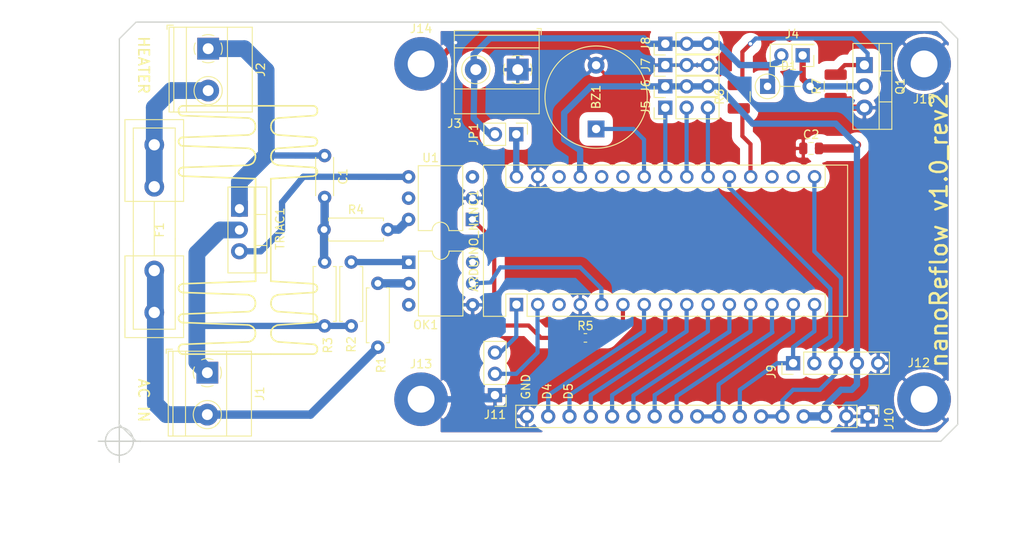
<source format=kicad_pcb>
(kicad_pcb (version 20171130) (host pcbnew "(5.1.6-0-10_14)")
  (title_block (title "Nano Reflow Controller") (date 2017-07-09) (rev 1.0) (company "David Sanz Kirbis"))
  (layers (0 F.Cu signal) (31 B.Cu signal) (34 B.Paste user) (35 F.Paste user) (36 B.SilkS user) (37 F.SilkS user) (38 B.Mask user) (39 F.Mask user) (44 Edge.Cuts user))
  (net 0 "")
  (net 1 GND)
  (net 2 /MOSI)
  (net 3 "Net-(ARDUINO_NANO1-Pad2)")
  (net 4 "Net-(ARDUINO_NANO1-Pad1)")
  (net 5 /ZEROX)
  (net 6 /SD_CS)
  (net 7 /LCD_RESET)
  (net 8 /LCD_DC)
  (net 9 /LCD_CS)
  (net 10 /MISO)
  (net 11 5V)
  (net 12 12v)
  (net 13 /TC_CS)
  (net 14 /SCK)
  (net 15 /FAN_CTRL)
  (net 16 /FAN_GND)
  (net 17 /VIN)
  (net 18 /D4)
  (net 19 /D5)
  (net 20 /D6)
  (net 21 /MOC_AC2)
  (net 22 /MOC_AC1)
  (net 23 /DIMM_CTRL)
  (net 24 /AC_CAP)
  (net 25 /OC1)
  (net 26 /OC2)
  (net 27 "Net-(R5-Pad1)")
  (net 28 /A2)
  (net 29 /A3)
  (net 30 /A4)
  (net 31 /BUZZER)
  (net 32 AC1_OUT)
  (net 33 AC1_IN)
  (net 34 "Net-(Q1-Pad1)")
  (net 35 AC2_IN)
  (net 36 AC2_OUT)
  (module Module:Arduino_Nano (layer F.Cu) (at 147.86882 101.69926 90)
    (fp_text reference ARDUINO_NANO1 (at 7.62 -5.08 90) (layer F.SilkS))
    (fp_text value arduino_nano_header)
    (pad 16 thru_hole oval (at 15.24 35.56 90) (size 1.6 1.6) (drill 1) (layers *.Cu *.Mask) (net 14 /SCK))
    (pad 15 thru_hole oval (at 0 35.56 90) (size 1.6 1.6) (drill 1) (layers *.Cu *.Mask) (net 10 /MISO))
    (pad 30 thru_hole oval (at 15.24 0 90) (size 1.6 1.6) (drill 1) (layers *.Cu *.Mask) (net 17 /VIN))
    (pad 14 thru_hole oval (at 0 33.02 90) (size 1.6 1.6) (drill 1) (layers *.Cu *.Mask) (net 2 /MOSI))
    (pad 29 thru_hole oval (at 15.24 2.54 90) (size 1.6 1.6) (drill 1) (layers *.Cu *.Mask) (net 1 GND))
    (pad 13 thru_hole oval (at 0 30.48 90) (size 1.6 1.6) (drill 1) (layers *.Cu *.Mask) (net 9 /LCD_CS))
    (pad 28 thru_hole oval (at 15.24 5.08 90) (size 1.6 1.6) (drill 1) (layers *.Cu *.Mask))
    (pad 12 thru_hole oval (at 0 27.94 90) (size 1.6 1.6) (drill 1) (layers *.Cu *.Mask) (net 8 /LCD_DC))
    (pad 27 thru_hole oval (at 15.24 7.62 90) (size 1.6 1.6) (drill 1) (layers *.Cu *.Mask) (net 11 5V))
    (pad 11 thru_hole oval (at 0 25.4 90) (size 1.6 1.6) (drill 1) (layers *.Cu *.Mask) (net 7 /LCD_RESET))
    (pad 26 thru_hole oval (at 15.24 10.16 90) (size 1.6 1.6) (drill 1) (layers *.Cu *.Mask))
    (pad 10 thru_hole oval (at 0 22.86 90) (size 1.6 1.6) (drill 1) (layers *.Cu *.Mask) (net 6 /SD_CS))
    (pad 25 thru_hole oval (at 15.24 12.7 90) (size 1.6 1.6) (drill 1) (layers *.Cu *.Mask))
    (pad 9 thru_hole oval (at 0 20.32 90) (size 1.6 1.6) (drill 1) (layers *.Cu *.Mask) (net 20 /D6))
    (pad 24 thru_hole oval (at 15.24 15.24 90) (size 1.6 1.6) (drill 1) (layers *.Cu *.Mask) (net 31 /BUZZER))
    (pad 8 thru_hole oval (at 0 17.78 90) (size 1.6 1.6) (drill 1) (layers *.Cu *.Mask) (net 19 /D5))
    (pad 23 thru_hole oval (at 15.24 17.78 90) (size 1.6 1.6) (drill 1) (layers *.Cu *.Mask) (net 30 /A4))
    (pad 7 thru_hole oval (at 0 15.24 90) (size 1.6 1.6) (drill 1) (layers *.Cu *.Mask) (net 18 /D4))
    (pad 22 thru_hole oval (at 15.24 20.32 90) (size 1.6 1.6) (drill 1) (layers *.Cu *.Mask) (net 29 /A3))
    (pad 6 thru_hole oval (at 0 12.7 90) (size 1.6 1.6) (drill 1) (layers *.Cu *.Mask) (net 23 /DIMM_CTRL))
    (pad 21 thru_hole oval (at 15.24 22.86 90) (size 1.6 1.6) (drill 1) (layers *.Cu *.Mask) (net 28 /A2))
    (pad 5 thru_hole oval (at 0 10.16 90) (size 1.6 1.6) (drill 1) (layers *.Cu *.Mask) (net 5 /ZEROX))
    (pad 20 thru_hole oval (at 15.24 25.4 90) (size 1.6 1.6) (drill 1) (layers *.Cu *.Mask) (net 13 /TC_CS))
    (pad 4 thru_hole oval (at 0 7.62 90) (size 1.6 1.6) (drill 1) (layers *.Cu *.Mask) (net 1 GND))
    (pad 19 thru_hole oval (at 15.24 27.94 90) (size 1.6 1.6) (drill 1) (layers *.Cu *.Mask) (net 15 /FAN_CTRL))
    (pad 3 thru_hole oval (at 0 5.08 90) (size 1.6 1.6) (drill 1) (layers *.Cu *.Mask))
    (pad 18 thru_hole oval (at 15.24 30.48 90) (size 1.6 1.6) (drill 1) (layers *.Cu *.Mask))
    (pad 2 thru_hole oval (at 0 2.54 90) (size 1.6 1.6) (drill 1) (layers *.Cu *.Mask) (net 3 "Net-(ARDUINO_NANO1-Pad2)"))
    (pad 17 thru_hole oval (at 15.24 33.02 90) (size 1.6 1.6) (drill 1) (layers *.Cu *.Mask))
    (pad 1 thru_hole rect (at 0 0 90) (size 1.6 1.6) (drill 1) (layers *.Cu *.Mask) (net 4 "Net-(ARDUINO_NANO1-Pad1)"))
  )
  (module Diode_THT:D_A-405_P5.08mm_Vertical_AnodeUp (layer F.Cu) (at 177.81882 75.67)
    (fp_text reference D1 (at 2.54 -2.47) (layer F.SilkS))
    (fp_text value 1N4007)
    (pad 2 thru_hole oval (at 5.08 0) (size 1.8 1.8) (drill 0.9) (layers *.Cu *.Mask) (net 16 /FAN_GND))
    (pad 1 thru_hole rect (at 0 0) (size 1.8 1.8) (drill 0.9) (layers *.Cu *.Mask) (net 12 12v))
  )
  (module Capacitor_THT:C_Disc_D4.3mm_W1.9mm_P5.00mm (layer F.Cu) (at 124.985 83.925 270)
    (fp_text reference C1 (at 2.5 -2.2 90) (layer F.SilkS))
    (fp_text value 10n)
    (pad 2 thru_hole circle (at 5 0 270) (size 1.6 1.6) (drill 0.8) (layers *.Cu *.Mask) (net 24 /AC_CAP))
    (pad 1 thru_hole circle (at 0 0 270) (size 1.6 1.6) (drill 0.8) (layers *.Cu *.Mask) (net 32 AC1_OUT))
  )
  (module Resistor_THT:R_Axial_DIN0207_L6.3mm_D2.5mm_P7.62mm_Horizontal (layer F.Cu) (at 124.91882 92.74926)
    (fp_text reference R4 (at 3.81 -2.37) (layer F.SilkS))
    (fp_text value 180R)
    (pad 2 thru_hole oval (at 7.62 0) (size 1.6 1.6) (drill 0.8) (layers *.Cu *.Mask) (net 22 /MOC_AC1))
    (pad 1 thru_hole circle (at 0 0) (size 1.6 1.6) (drill 0.8) (layers *.Cu *.Mask) (net 24 /AC_CAP))
  )
  (module Resistor_THT:R_Axial_DIN0207_L6.3mm_D2.5mm_P7.62mm_Horizontal (layer F.Cu) (at 124.985 96.625 270)
    (fp_text reference R3 (at 9.92426 -0.38382 90) (layer F.SilkS))
    (fp_text value 2.4k)
    (pad 2 thru_hole oval (at 7.62 0 270) (size 1.6 1.6) (drill 0.8) (layers *.Cu *.Mask) (net 33 AC1_IN))
    (pad 1 thru_hole circle (at 0 0 270) (size 1.6 1.6) (drill 0.8) (layers *.Cu *.Mask) (net 24 /AC_CAP))
  )
  (module Package_DIP:DIP-6_W7.62mm (layer F.Cu) (at 142.61882 91.545 180)
    (fp_text reference U1 (at 4.99618 7.34574) (layer F.SilkS))
    (fp_text value MOC3020M)
    (pad 6 thru_hole oval (at 7.62 0 180) (size 1.6 1.6) (drill 0.8) (layers *.Cu *.Mask) (net 22 /MOC_AC1))
    (pad 3 thru_hole oval (at 0 5.08 180) (size 1.6 1.6) (drill 0.8) (layers *.Cu *.Mask))
    (pad 5 thru_hole oval (at 7.62 2.54 180) (size 1.6 1.6) (drill 0.8) (layers *.Cu *.Mask))
    (pad 2 thru_hole oval (at 0 2.54 180) (size 1.6 1.6) (drill 0.8) (layers *.Cu *.Mask) (net 1 GND))
    (pad 4 thru_hole oval (at 7.62 5.08 180) (size 1.6 1.6) (drill 0.8) (layers *.Cu *.Mask) (net 21 /MOC_AC2))
    (pad 1 thru_hole rect (at 0 0 180) (size 1.6 1.6) (drill 0.8) (layers *.Cu *.Mask) (net 27 "Net-(R5-Pad1)"))
  )
  (module Package_DIP:DIP-6_W7.62mm (layer F.Cu) (at 135.01882 96.64926)
    (fp_text reference OK1 (at 2.02382 7.47426) (layer F.SilkS))
    (fp_text value H11AA1)
    (pad 6 thru_hole oval (at 7.62 0) (size 1.6 1.6) (drill 0.8) (layers *.Cu *.Mask))
    (pad 3 thru_hole oval (at 0 5.08) (size 1.6 1.6) (drill 0.8) (layers *.Cu *.Mask))
    (pad 5 thru_hole oval (at 7.62 2.54) (size 1.6 1.6) (drill 0.8) (layers *.Cu *.Mask) (net 5 /ZEROX))
    (pad 2 thru_hole oval (at 0 2.54) (size 1.6 1.6) (drill 0.8) (layers *.Cu *.Mask) (net 26 /OC2))
    (pad 4 thru_hole oval (at 7.62 5.08) (size 1.6 1.6) (drill 0.8) (layers *.Cu *.Mask) (net 1 GND))
    (pad 1 thru_hole rect (at 0 0) (size 1.6 1.6) (drill 0.8) (layers *.Cu *.Mask) (net 25 /OC1))
  )
  (module Package_TO_SOT_THT:TO-220-3_Vertical (layer F.Cu) (at 114.82382 90.25926 270)
    (fp_text reference TRIAC1 (at 2.39 -4.845 90) (layer F.SilkS))
    (fp_text value BT137)
    (pad 3 thru_hole oval (at 5.08 0 270) (size 1.905 2) (drill 1.1) (layers *.Cu *.Mask) (net 21 /MOC_AC2))
    (pad 2 thru_hole oval (at 2.54 0 270) (size 1.905 2) (drill 1.1) (layers *.Cu *.Mask) (net 33 AC1_IN))
    (pad 1 thru_hole rect (at 0 0 270) (size 1.905 2) (drill 1.1) (layers *.Cu *.Mask) (net 32 AC1_OUT))
  )
  (module Resistor_SMD:R_0603_1608Metric (layer F.Cu) (at 156.09382 105.67426)
    (fp_text reference R5 (at 0 -1.43) (layer F.SilkS))
    (fp_text value 1k)
    (pad 2 smd roundrect (at 0.7875 0) (size 0.875 0.95) (layers F.Cu F.Paste F.Mask) (net 23 /DIMM_CTRL))
    (pad 1 smd roundrect (at -0.7875 0) (size 0.875 0.95) (layers F.Cu F.Paste F.Mask) (net 27 "Net-(R5-Pad1)"))
  )
  (module MountingHole:MountingHole_3.2mm_M3_Pad (layer F.Cu) (at 196.49314 72.99098 180)
    (fp_text reference J15 (at 0 -4.2) (layer F.SilkS))
    (fp_text value MOUNTING_HOLE)
    (pad 1 thru_hole circle (at 0 0 180) (size 6.4 6.4) (drill 3.2) (layers *.Cu *.Mask) (net 1 GND))
  )
  (module MountingHole:MountingHole_3.2mm_M3_Pad (layer F.Cu) (at 136.49314 72.99098)
    (fp_text reference J14 (at 0 -4.2) (layer F.SilkS))
    (fp_text value MOUNTING_HOLE)
    (pad 1 thru_hole circle (at 0 0) (size 6.4 6.4) (drill 3.2) (layers *.Cu *.Mask) (net 1 GND))
  )
  (module MountingHole:MountingHole_3.2mm_M3_Pad (layer F.Cu) (at 136.49314 112.99098)
    (fp_text reference J13 (at 0 -4.2) (layer F.SilkS))
    (fp_text value MOUNTING_HOLE)
    (pad 1 thru_hole circle (at 0 0) (size 6.4 6.4) (drill 3.2) (layers *.Cu *.Mask) (net 1 GND))
  )
  (module MountingHole:MountingHole_3.2mm_M3_Pad (layer F.Cu) (at 196.49314 112.99098)
    (fp_text reference J12 (at -0.62432 -4.34172) (layer F.SilkS))
    (fp_text value MOUNTING_HOLE)
    (pad 1 thru_hole circle (at 0 0) (size 6.4 6.4) (drill 3.2) (layers *.Cu *.Mask) (net 1 GND))
  )
  (module Package_TO_SOT_THT:TO-220-3_Vertical (layer F.Cu) (at 189.37282 73.13 270)
    (fp_text reference Q1 (at 2.54 -4.27 90) (layer F.SilkS))
    (fp_text value IRF540N)
    (pad 3 thru_hole oval (at 5.08 0 270) (size 1.905 2) (drill 1.1) (layers *.Cu *.Mask) (net 1 GND))
    (pad 2 thru_hole oval (at 2.54 0 270) (size 1.905 2) (drill 1.1) (layers *.Cu *.Mask) (net 16 /FAN_GND))
    (pad 1 thru_hole rect (at 0 0 270) (size 1.905 2) (drill 1.1) (layers *.Cu *.Mask) (net 34 "Net-(Q1-Pad1)"))
  )
  (module Resistor_THT:R_Axial_DIN0207_L6.3mm_D2.5mm_P7.62mm_Horizontal (layer F.Cu) (at 128.16 104.245 90)
    (fp_text reference R2 (at -2.20426 0.00882 90) (layer F.SilkS))
    (fp_text value "47k 0.6w")
    (pad 2 thru_hole oval (at 7.62 0 90) (size 1.6 1.6) (drill 0.8) (layers *.Cu *.Mask) (net 25 /OC1))
    (pad 1 thru_hole circle (at 0 0 90) (size 1.6 1.6) (drill 0.8) (layers *.Cu *.Mask) (net 33 AC1_IN))
  )
  (module Resistor_THT:R_Axial_DIN0207_L6.3mm_D2.5mm_P7.62mm_Horizontal (layer F.Cu) (at 131.335 106.785 90)
    (fp_text reference R1 (at -2.11426 0.38382 90) (layer F.SilkS))
    (fp_text value "47k 0.6w")
    (pad 2 thru_hole oval (at 7.62 0 90) (size 1.6 1.6) (drill 0.8) (layers *.Cu *.Mask) (net 26 /OC2))
    (pad 1 thru_hole circle (at 0 0 90) (size 1.6 1.6) (drill 0.8) (layers *.Cu *.Mask) (net 35 AC2_IN))
  )
  (module Buzzer_Beeper:Buzzer_12x9.5RM7.6 (layer F.Cu) (at 157.37 80.75 90)
    (fp_text reference BZ1 (at 3.81 0 90) (layer F.SilkS))
    (fp_text value Buzzer)
    (pad 2 thru_hole circle (at 7.6 0 90) (size 2 2) (drill 1) (layers *.Cu *.Mask) (net 1 GND))
    (pad 1 thru_hole rect (at 0 0 90) (size 2 2) (drill 1) (layers *.Cu *.Mask) (net 31 /BUZZER))
  )
  (module Capacitor_SMD:C_0805_2012Metric (layer F.Cu) (at 183.01882 83.07426)
    (fp_text reference C2 (at 0 -1.65) (layer F.SilkS))
    (fp_text value 100n)
    (pad 2 smd roundrect (at 0.9375 0) (size 0.975 1.4) (layers F.Cu F.Paste F.Mask) (net 11 5V))
    (pad 1 smd roundrect (at -0.9375 0) (size 0.975 1.4) (layers F.Cu F.Paste F.Mask) (net 1 GND))
  )
  (module Resistor_SMD:R_1210_3225Metric (layer F.Cu) (at 174.38682 76.89926 90)
    (fp_text reference R6 (at 0 -2.28 90) (layer F.SilkS))
    (fp_text value 4K7)
    (pad 2 smd roundrect (at 1.4 0 90) (size 1.25 2.65) (layers F.Cu F.Paste F.Mask) (roundrect_rratio 0.2) (net 34 "Net-(Q1-Pad1)"))
    (pad 1 smd roundrect (at -1.4 0 90) (size 1.25 2.65) (layers F.Cu F.Paste F.Mask) (roundrect_rratio 0.2) (net 15 /FAN_CTRL))
  )
  (module Resistor_SMD:R_1210_3225Metric (layer F.Cu) (at 185.945 75.67 90)
    (fp_text reference R7 (at 0 -2.28 90) (layer F.SilkS))
    (fp_text value 100K)
    (pad 2 smd roundrect (at 1.4 0 90) (size 1.25 2.65) (layers F.Cu F.Paste F.Mask) (roundrect_rratio 0.2) (net 34 "Net-(Q1-Pad1)"))
    (pad 1 smd roundrect (at -1.4 0 90) (size 1.25 2.65) (layers F.Cu F.Paste F.Mask) (roundrect_rratio 0.2) (net 1 GND))
  )
  (module Connector_PinHeader_2.54mm:PinHeader_1x05_P2.54mm_Vertical (layer F.Cu) (at 180.865 108.69 90)
    (fp_text reference J9 (at -1.00926 -2.59618 90) (layer F.SilkS))
    (fp_text value CONN_01X05)
    (pad 5 thru_hole oval (at 0 10.16 90) (size 1.7 1.7) (drill 1) (layers *.Cu *.Mask) (net 1 GND))
    (pad 4 thru_hole oval (at 0 7.62 90) (size 1.7 1.7) (drill 1) (layers *.Cu *.Mask) (net 11 5V))
    (pad 3 thru_hole oval (at 0 5.08 90) (size 1.7 1.7) (drill 1) (layers *.Cu *.Mask) (net 14 /SCK))
    (pad 2 thru_hole oval (at 0 2.54 90) (size 1.7 1.7) (drill 1) (layers *.Cu *.Mask) (net 13 /TC_CS))
    (pad 1 thru_hole rect (at 0 0 90) (size 1.7 1.7) (drill 1) (layers *.Cu *.Mask) (net 10 /MISO))
  )
  (module Connector_PinHeader_2.54mm:PinHeader_1x17_P2.54mm_Vertical (layer F.Cu) (at 189.755 115.04 270)
    (fp_text reference J10 (at 0.25926 -2.56382 90) (layer F.SilkS))
    (fp_text value CONN_01X17)
    (pad 17 thru_hole oval (at 0 40.64 270) (size 1.7 1.7) (drill 1) (layers *.Cu *.Mask) (net 1 GND))
    (pad 16 thru_hole oval (at 0 38.1 270) (size 1.7 1.7) (drill 1) (layers *.Cu *.Mask) (net 18 /D4))
    (pad 15 thru_hole oval (at 0 35.56 270) (size 1.7 1.7) (drill 1) (layers *.Cu *.Mask) (net 19 /D5))
    (pad 14 thru_hole oval (at 0 33.02 270) (size 1.7 1.7) (drill 1) (layers *.Cu *.Mask) (net 20 /D6))
    (pad 13 thru_hole oval (at 0 30.48 270) (size 1.7 1.7) (drill 1) (layers *.Cu *.Mask) (net 6 /SD_CS))
    (pad 12 thru_hole oval (at 0 27.94 270) (size 1.7 1.7) (drill 1) (layers *.Cu *.Mask) (net 7 /LCD_RESET))
    (pad 11 thru_hole oval (at 0 25.4 270) (size 1.7 1.7) (drill 1) (layers *.Cu *.Mask) (net 8 /LCD_DC))
    (pad 10 thru_hole oval (at 0 22.86 270) (size 1.7 1.7) (drill 1) (layers *.Cu *.Mask) (net 9 /LCD_CS))
    (pad 9 thru_hole oval (at 0 20.32 270) (size 1.7 1.7) (drill 1) (layers *.Cu *.Mask) (net 2 /MOSI))
    (pad 8 thru_hole oval (at 0 17.78 270) (size 1.7 1.7) (drill 1) (layers *.Cu *.Mask) (net 2 /MOSI))
    (pad 7 thru_hole oval (at 0 15.24 270) (size 1.7 1.7) (drill 1) (layers *.Cu *.Mask) (net 10 /MISO))
    (pad 6 thru_hole oval (at 0 12.7 270) (size 1.7 1.7) (drill 1) (layers *.Cu *.Mask) (net 14 /SCK))
    (pad 5 thru_hole oval (at 0 10.16 270) (size 1.7 1.7) (drill 1) (layers *.Cu *.Mask) (net 14 /SCK))
    (pad 4 thru_hole oval (at 0 7.62 270) (size 1.7 1.7) (drill 1) (layers *.Cu *.Mask) (net 11 5V))
    (pad 3 thru_hole oval (at 0 5.08 270) (size 1.7 1.7) (drill 1) (layers *.Cu *.Mask) (net 11 5V))
    (pad 2 thru_hole oval (at 0 2.54 270) (size 1.7 1.7) (drill 1) (layers *.Cu *.Mask) (net 1 GND))
    (pad 1 thru_hole rect (at 0 0 270) (size 1.7 1.7) (drill 1) (layers *.Cu *.Mask) (net 1 GND))
  )
  (module TerminalBlock_Phoenix:TerminalBlock_Phoenix_MKDS-1,5-2_1x02_P5.00mm_Horizontal (layer F.Cu) (at 110.99382 109.82426 270)
    (fp_text reference J1 (at 2.5 -6.26 90) (layer F.SilkS))
    (fp_text value "AC IN 220v")
    (pad 2 thru_hole circle (at 5 0 270) (size 2.6 2.6) (drill 1.3) (layers *.Cu *.Mask) (net 35 AC2_IN))
    (pad 1 thru_hole rect (at 0 0 270) (size 2.6 2.6) (drill 1.3) (layers *.Cu *.Mask) (net 33 AC1_IN))
  )
  (module TerminalBlock_Phoenix:TerminalBlock_Phoenix_MKDS-1,5-2_1x02_P5.00mm_Horizontal (layer F.Cu) (at 111.09382 71.17426 270)
    (fp_text reference J2 (at 2.5 -6.26 90) (layer F.SilkS))
    (fp_text value HEATER)
    (pad 2 thru_hole circle (at 5 0 270) (size 2.6 2.6) (drill 1.3) (layers *.Cu *.Mask) (net 36 AC2_OUT))
    (pad 1 thru_hole rect (at 0 0 270) (size 2.6 2.6) (drill 1.3) (layers *.Cu *.Mask) (net 32 AC1_OUT))
  )
  (module TerminalBlock_Phoenix:TerminalBlock_Phoenix_MKDS-1,5-2_1x02_P5.00mm_Horizontal (layer F.Cu) (at 148.01882 73.67426 180)
    (fp_text reference J3 (at 7.55 -6.425) (layer F.SilkS))
    (fp_text value "DC IN 12V")
    (pad 2 thru_hole circle (at 5 0 180) (size 2.6 2.6) (drill 1.3) (layers *.Cu *.Mask) (net 12 12v))
    (pad 1 thru_hole rect (at 0 0 180) (size 2.6 2.6) (drill 1.3) (layers *.Cu *.Mask) (net 1 GND))
  )
  (module Pin_Headers:Pin_Header_Straight_1x02_Pitch2.54mm (layer F.Cu) (at 147.845 81.385 270)
    (fp_text reference JP1 (at 0 5.08 270) (layer F.SilkS))
    (fp_text value "VIN enabler")
    (pad 1 thru_hole rect (at 0 0 270) (size 1.7 1.7) (drill 1) (layers *.Cu *.Mask) (net 17 /VIN))
    (pad 2 thru_hole oval (at 0 2.54 270) (size 1.7 1.7) (drill 1) (layers *.Cu *.Mask) (net 12 12v))
  )
  (module Pin_Headers:Pin_Header_Straight_1x03_Pitch2.54mm (layer F.Cu) (at 165.625 70.59 90)
    (fp_text reference J8 (at 0 -2.33 90) (layer F.SilkS))
    (fp_text value CONN_01X03)
    (pad 1 thru_hole rect (at 0 0 90) (size 1.7 1.7) (drill 1) (layers *.Cu *.Mask) (net 12 12v))
    (pad 2 thru_hole oval (at 0 2.54 90) (size 1.7 1.7) (drill 1) (layers *.Cu *.Mask) (net 12 12v))
    (pad 3 thru_hole oval (at 0 5.08 90) (size 1.7 1.7) (drill 1) (layers *.Cu *.Mask) (net 12 12v))
  )
  (module Pin_Headers:Pin_Header_Straight_1x03_Pitch2.54mm (layer F.Cu) (at 165.625 78.21 90)
    (fp_text reference J5 (at 0 -2.33 90) (layer F.SilkS))
    (fp_text value CONN_01X03)
    (pad 1 thru_hole rect (at 0 0 90) (size 1.7 1.7) (drill 1) (layers *.Cu *.Mask) (net 30 /A4))
    (pad 2 thru_hole oval (at 0 2.54 90) (size 1.7 1.7) (drill 1) (layers *.Cu *.Mask) (net 29 /A3))
    (pad 3 thru_hole oval (at 0 5.08 90) (size 1.7 1.7) (drill 1) (layers *.Cu *.Mask) (net 28 /A2))
  )
  (module Pin_Headers:Pin_Header_Straight_1x03_Pitch2.54mm (layer F.Cu) (at 165.625 75.67 90)
    (fp_text reference J6 (at 0 -2.33 90) (layer F.SilkS))
    (fp_text value CONN_01X03)
    (pad 1 thru_hole rect (at 0 0 90) (size 1.7 1.7) (drill 1) (layers *.Cu *.Mask) (net 11 5V))
    (pad 2 thru_hole oval (at 0 2.54 90) (size 1.7 1.7) (drill 1) (layers *.Cu *.Mask) (net 11 5V))
    (pad 3 thru_hole oval (at 0 5.08 90) (size 1.7 1.7) (drill 1) (layers *.Cu *.Mask) (net 11 5V))
  )
  (module Pin_Headers:Pin_Header_Straight_1x03_Pitch2.54mm (layer F.Cu) (at 165.625 73.13 90)
    (fp_text reference J7 (at 0 -2.33 90) (layer F.SilkS))
    (fp_text value CONN_01X03)
    (pad 1 thru_hole rect (at 0 0 90) (size 1.7 1.7) (drill 1) (layers *.Cu *.Mask) (net 1 GND))
    (pad 2 thru_hole oval (at 0 2.54 90) (size 1.7 1.7) (drill 1) (layers *.Cu *.Mask) (net 1 GND))
    (pad 3 thru_hole oval (at 0 5.08 90) (size 1.7 1.7) (drill 1) (layers *.Cu *.Mask) (net 1 GND))
  )
  (module Pin_Headers:Pin_Header_Straight_2x01_Pitch2.54mm (layer F.Cu) (at 182.00682 71.97126 180)
    (fp_text reference J4 (at 1.27 2.54 180) (layer F.SilkS))
    (fp_text value "12v FAN")
    (pad 1 thru_hole rect (at 0 0 180) (size 1.7 1.7) (drill 1) (layers *.Cu *.Mask) (net 16 /FAN_GND))
    (pad 2 thru_hole oval (at 2.54 0 180) (size 1.7 1.7) (drill 1) (layers *.Cu *.Mask) (net 12 12v))
  )
  (module Pin_Headers:Pin_Header_Straight_1x03_Pitch2.54mm (layer F.Cu) (at 145.305 112.5 180)
    (fp_text reference J11 (at 0 -2.33 180) (layer F.SilkS))
    (fp_text value CONN_01X03)
    (pad 1 thru_hole rect (at 0 0 180) (size 1.7 1.7) (drill 1) (layers *.Cu *.Mask) (net 1 GND))
    (pad 2 thru_hole oval (at 0 2.54 180) (size 1.7 1.7) (drill 1) (layers *.Cu *.Mask) (net 3 "Net-(ARDUINO_NANO1-Pad2)"))
    (pad 3 thru_hole oval (at 0 5.08 180) (size 1.7 1.7) (drill 1) (layers *.Cu *.Mask) (net 4 "Net-(ARDUINO_NANO1-Pad1)"))
  )
  (module Fuse_Holders_and_Fuses:Fuseholder5x20_horiz_open_inline_Type-I (layer F.Cu) (at 104.66382 82.63926 270)
    (fp_text reference F1 (at 10.16 -0.635 270) (layer F.SilkS))
    (fp_text value Fuse)
    (pad 2 thru_hole circle (at 15 0 270) (size 2.35 2.35) (drill 1.35) (layers *.Cu *.Mask) (net 35 AC2_IN))
    (pad 2 thru_hole circle (at 20 0 270) (size 2.35 2.35) (drill 1.35) (layers *.Cu *.Mask) (net 35 AC2_IN))
    (pad 1 thru_hole circle (at 5 0 270) (size 2.35 2.35) (drill 1.35) (layers *.Cu *.Mask) (net 36 AC2_OUT))
    (pad 1 thru_hole circle (at 0 0 270) (size 2.35 2.35) (drill 1.35) (layers *.Cu *.Mask) (net 36 AC2_OUT))
  )
  (module local_modules:TO_220_heatsink (layer F.Cu) (at 116.72882 92.79926 90)
    (fp_text reference KK1 hide)
    (fp_text value "TRIAC HEATSINK" hide)
  )
  (gr_text D5 (at 154.06682 113.11926 90) (layer F.SilkS) (effects (font (size 1 1)) (justify left)))
  (gr_text D4 (at 151.52682 113.11926 90) (layer F.SilkS) (effects (font (size 1 1)) (justify left)))
  (gr_text GND (at 148.98682 113.11926 90) (layer F.SilkS) (effects (font (size 1 1)) (justify left)))
  (gr_text HEATER (at 103.395 73.13 270) (layer F.SilkS) (effects (font (size 1.25 1.25) (thickness 0.2))))
  (gr_text "AC IN" (at 103.395 113.135 270) (layer F.SilkS) (effects (font (size 1.25 1.25) (thickness 0.2))))
  (target plus (at 100.5 118) (size 5) (width 0.15) (layer Edge.Cuts))
  (target plus (at 100.5 118) (size 5) (width 0.15) (layer Edge.Cuts))
  (gr_line (start 198.5 118) (end 102.5 118) (angle 90) (layer Edge.Cuts) (width 0.15))
  (gr_line (start 102.5 68) (end 198.5 68) (angle 90) (layer Edge.Cuts) (width 0.15))
  (gr_text "nanoReflow v1.0_rev2" (at 198.26282 92.82098 90) (layer F.SilkS) (effects (font (size 2 2) (thickness 0.3))))
  (gr_line (start 200.5 70) (end 198.5 68) (angle 90) (layer Edge.Cuts) (width 0.15))
  (gr_line (start 200.5 116) (end 200.5 70) (angle 90) (layer Edge.Cuts) (width 0.15))
  (gr_line (start 198.5 118) (end 200.5 116) (angle 90) (layer Edge.Cuts) (width 0.15))
  (gr_line (start 100.5 70) (end 102.5 68) (angle 90) (layer Edge.Cuts) (width 0.15))
  (gr_line (start 100.5 116) (end 102.5 118) (angle 90) (layer Edge.Cuts) (width 0.15))
  (gr_line (start 100.5 70) (end 100.5 116) (angle 90) (layer Edge.Cuts) (width 0.15))
  (segment (start 178.405 105.005) (end 166.975 112.625) (width 0.5) (layer B.Cu) (net 9))
  (segment (start 173.255 104.93) (end 161.825 112.55) (width 0.5) (layer B.Cu) (net 7))
  (via (at 140.60482 70.44726) (size 0.6) (drill 0.4) (layers F.Cu B.Cu) (net 1))
  (segment (start 138.0611 72.99098) (end 140.60482 70.44726) (width 0.75) (layer F.Cu) (net 1))
  (segment (start 136.49314 72.99098) (end 138.0611 72.99098) (width 0.75) (layer F.Cu) (net 1))
  (segment (start 144.81402 112.99098) (end 145.305 112.5) (width 0.75) (layer B.Cu) (net 1))
  (segment (start 136.49314 112.99098) (end 144.81402 112.99098) (width 0.75) (layer B.Cu) (net 1))
  (segment (start 185.945 77.07) (end 185.945 78.19544) (width 0.75) (layer F.Cu) (net 1))
  (segment (start 185.95956 78.21) (end 189.37282 78.21) (width 0.75) (layer F.Cu) (net 1))
  (segment (start 185.945 78.19544) (end 185.95956 78.21) (width 0.75) (layer F.Cu) (net 1))
  (segment (start 171.975 115.04) (end 169.435 115.04) (width 0.5) (layer B.Cu) (net 2))
  (segment (start 171.975 111.23) (end 171.975 115.04) (width 0.5) (layer B.Cu) (net 2))
  (segment (start 180.865 101.705) (end 180.865 104.88) (width 0.5) (layer B.Cu) (net 2))
  (segment (start 180.865 104.88) (end 171.975 111.23) (width 0.5) (layer B.Cu) (net 2))
  (segment (start 150.385 101.705) (end 150.385 107.42) (width 0.5) (layer B.Cu) (net 3))
  (segment (start 150.385 107.42) (end 147.845 109.96) (width 0.5) (layer B.Cu) (net 3))
  (segment (start 147.845 109.96) (end 145.305 109.96) (width 0.5) (layer B.Cu) (net 3))
  (segment (start 147.845 105.515) (end 145.94 107.42) (width 0.5) (layer B.Cu) (net 4))
  (segment (start 147.845 101.705) (end 147.845 105.515) (width 0.5) (layer B.Cu) (net 4))
  (segment (start 158.005 99.8) (end 158.005 101.705) (width 0.5) (layer B.Cu) (net 5))
  (segment (start 142.765 99.165) (end 144.78 99.06) (width 0.5) (layer B.Cu) (net 5))
  (segment (start 144.78 99.06) (end 145.94 97.26) (width 0.5) (layer B.Cu) (net 5))
  (segment (start 145.94 97.26) (end 155.465 97.26) (width 0.5) (layer B.Cu) (net 5))
  (segment (start 155.465 97.26) (end 158.005 99.8) (width 0.5) (layer B.Cu) (net 5))
  (segment (start 159.275 112.5) (end 159.275 115.04) (width 0.5) (layer B.Cu) (net 6))
  (segment (start 170.705 101.705) (end 170.705 104.88) (width 0.5) (layer B.Cu) (net 6))
  (segment (start 170.705 104.88) (end 159.275 112.5) (width 0.5) (layer B.Cu) (net 6))
  (segment (start 173.26882 104.91618) (end 173.255 104.93) (width 0.5) (layer B.Cu) (net 7))
  (segment (start 173.26882 101.69926) (end 173.26882 104.91618) (width 0.5) (layer B.Cu) (net 7))
  (segment (start 161.825 115.03) (end 161.815 115.04) (width 0.5) (layer B.Cu) (net 7))
  (segment (start 161.825 112.55) (end 161.825 115.03) (width 0.5) (layer B.Cu) (net 7))
  (segment (start 164.355 112.5) (end 164.355 115.04) (width 0.5) (layer B.Cu) (net 8))
  (segment (start 175.785 101.705) (end 175.785 104.88) (width 0.5) (layer B.Cu) (net 8))
  (segment (start 175.785 104.88) (end 164.355 112.5) (width 0.5) (layer B.Cu) (net 8))
  (segment (start 178.34882 104.94882) (end 178.405 105.005) (width 0.5) (layer B.Cu) (net 9))
  (segment (start 178.34882 101.69926) (end 178.34882 104.94882) (width 0.5) (layer B.Cu) (net 9))
  (segment (start 166.975 114.96) (end 166.895 115.04) (width 0.5) (layer B.Cu) (net 9))
  (segment (start 166.975 112.625) (end 166.975 114.96) (width 0.5) (layer B.Cu) (net 9))
  (segment (start 180.865 108.69) (end 178.96 108.69) (width 0.5) (layer B.Cu) (net 10))
  (segment (start 174.515 111.865) (end 174.515 115.04) (width 0.5) (layer B.Cu) (net 10))
  (segment (start 178.96 108.69) (end 174.515 111.865) (width 0.5) (layer B.Cu) (net 10))
  (segment (start 183.405 104.88) (end 180.865 106.785) (width 0.5) (layer B.Cu) (net 10))
  (segment (start 180.865 106.785) (end 180.865 108.69) (width 0.5) (layer B.Cu) (net 10))
  (segment (start 174.515 113.93) (end 174.515 115.04) (width 0.5) (layer B.Cu) (net 10))
  (segment (start 183.405 101.705) (end 183.405 104.88) (width 0.5) (layer B.Cu) (net 10))
  (segment (start 155.465 86.465) (end 155.465 83.29) (width 0.75) (layer B.Cu) (net 11))
  (segment (start 155.465 83.29) (end 153.56 82.02) (width 0.75) (layer B.Cu) (net 11))
  (segment (start 153.56 82.02) (end 153.56 78.845) (width 0.75) (layer B.Cu) (net 11))
  (segment (start 153.56 78.845) (end 156.735 75.67) (width 0.75) (layer B.Cu) (net 11))
  (segment (start 176.049584 80.115) (end 171.975 75.67) (width 0.75) (layer B.Cu) (net 11))
  (segment (start 176.049584 80.115) (end 185.945 80.115) (width 0.75) (layer B.Cu) (net 11))
  (segment (start 188.485 82.655) (end 185.945 80.115) (width 0.75) (layer B.Cu) (net 11))
  (segment (start 171.975 75.67) (end 171.34 75.67) (width 0.75) (layer B.Cu) (net 11))
  (segment (start 171.34 75.67) (end 170.705 75.67) (width 0.75) (layer B.Cu) (net 11))
  (segment (start 170.705 75.67) (end 168.165 75.67) (width 0.75) (layer B.Cu) (net 11))
  (segment (start 168.165 75.67) (end 165.625 75.67) (width 0.75) (layer B.Cu) (net 11))
  (segment (start 156.735 75.67) (end 165.625 75.67) (width 0.75) (layer B.Cu) (net 11))
  (segment (start 188.485 82.655) (end 188.485 103.61) (width 0.75) (layer B.Cu) (net 11))
  (segment (start 188.485 103.61) (end 188.485 108.69) (width 0.75) (layer B.Cu) (net 11))
  (segment (start 188.485 108.69) (end 188.485 111.23) (width 0.75) (layer B.Cu) (net 11))
  (segment (start 184.675 113.77) (end 184.675 115.04) (width 0.75) (layer B.Cu) (net 11))
  (segment (start 186.58 111.865) (end 184.675 113.77) (width 0.75) (layer B.Cu) (net 11))
  (segment (start 187.85 111.865) (end 186.58 111.865) (width 0.75) (layer B.Cu) (net 11))
  (segment (start 188.485 111.23) (end 187.85 111.865) (width 0.75) (layer B.Cu) (net 11))
  (segment (start 182.135 115.04) (end 184.675 115.04) (width 1) (layer B.Cu) (net 11))
  (via (at 188.485 82.655) (size 0.6) (drill 0.4) (layers F.Cu B.Cu) (net 11))
  (segment (start 188.06574 83.07426) (end 188.485 82.655) (width 1) (layer F.Cu) (net 11))
  (segment (start 183.95632 83.07426) (end 188.06574 83.07426) (width 1) (layer F.Cu) (net 11))
  (segment (start 170.705 70.59) (end 171.975 70.59) (width 0.75) (layer B.Cu) (net 12))
  (segment (start 171.975 70.59) (end 174.515 73.13) (width 0.75) (layer B.Cu) (net 12))
  (segment (start 174.515 73.13) (end 178.325 73.13) (width 0.75) (layer B.Cu) (net 12))
  (segment (start 170.705 70.59) (end 168.165 70.59) (width 0.75) (layer B.Cu) (net 12))
  (segment (start 168.165 70.59) (end 165.625 70.59) (width 0.75) (layer B.Cu) (net 12))
  (segment (start 178.325 75.67) (end 178.325 73.13) (width 0.75) (layer B.Cu) (net 12))
  (segment (start 178.325 73.13) (end 179.595 72.495) (width 0.75) (layer B.Cu) (net 12))
  (segment (start 142.845 74.4) (end 142.765 79.48) (width 0.75) (layer B.Cu) (net 12))
  (segment (start 142.765 79.48) (end 144.67 81.385) (width 0.75) (layer B.Cu) (net 12))
  (segment (start 163.06926 69.93926) (end 163.72 70.59) (width 0.75) (layer B.Cu) (net 12))
  (segment (start 144.68574 69.93926) (end 163.06926 69.93926) (width 0.75) (layer B.Cu) (net 12))
  (segment (start 163.72 70.59) (end 165.625 70.59) (width 0.75) (layer B.Cu) (net 12))
  (segment (start 142.765 71.86) (end 144.68574 69.93926) (width 0.75) (layer B.Cu) (net 12))
  (segment (start 142.8 74.375) (end 142.765 71.86) (width 0.75) (layer B.Cu) (net 12))
  (segment (start 185.31 99.8) (end 185.31 105.515) (width 0.5) (layer B.Cu) (net 13))
  (segment (start 183.405 106.785) (end 185.31 105.515) (width 0.5) (layer B.Cu) (net 13))
  (segment (start 173.245 87.735) (end 173.245 86.465) (width 0.5) (layer B.Cu) (net 13))
  (segment (start 183.405 108.69) (end 183.405 106.785) (width 0.5) (layer B.Cu) (net 13))
  (segment (start 173.245 87.735) (end 185.31 99.8) (width 0.5) (layer B.Cu) (net 13))
  (segment (start 185.945 108.69) (end 185.945 106.785) (width 0.5) (layer B.Cu) (net 14))
  (segment (start 185.945 106.785) (end 186.58 106.15) (width 0.5) (layer B.Cu) (net 14))
  (segment (start 186.58 106.15) (end 186.58 98.53) (width 0.5) (layer B.Cu) (net 14))
  (segment (start 180.865 111.865) (end 179.595 113.135) (width 0.5) (layer B.Cu) (net 14))
  (segment (start 179.595 113.135) (end 179.595 115.04) (width 0.5) (layer B.Cu) (net 14))
  (segment (start 179.595 115.04) (end 177.055 115.04) (width 0.5) (layer B.Cu) (net 14))
  (segment (start 185.945 108.69) (end 185.945 109.96) (width 0.5) (layer B.Cu) (net 14))
  (segment (start 185.945 109.96) (end 184.04 111.865) (width 0.5) (layer B.Cu) (net 14))
  (segment (start 183.405 95.355) (end 183.405 86.465) (width 0.5) (layer B.Cu) (net 14))
  (segment (start 186.58 98.53) (end 183.405 95.355) (width 0.5) (layer B.Cu) (net 14))
  (segment (start 180.865 111.865) (end 184.04 111.865) (width 0.5) (layer B.Cu) (net 14))
  (segment (start 175.785 86.465) (end 175.785 82.56544) (width 0.5) (layer F.Cu) (net 15))
  (segment (start 174.81882 81.59926) (end 174.81882 78.34926) (width 0.5) (layer F.Cu) (net 15))
  (segment (start 175.785 82.56544) (end 174.81882 81.59926) (width 0.5) (layer F.Cu) (net 15))
  (segment (start 182.00682 74.778) (end 182.89882 75.67) (width 0.75) (layer F.Cu) (net 16))
  (segment (start 182.00682 71.97126) (end 182.00682 74.778) (width 0.75) (layer F.Cu) (net 16))
  (segment (start 182.89882 75.67) (end 189.37282 75.67) (width 0.75) (layer B.Cu) (net 16))
  (segment (start 147.845 86.465) (end 147.845 81.385) (width 0.75) (layer B.Cu) (net 17))
  (segment (start 151.655 113.135) (end 151.655 115.04) (width 0.5) (layer B.Cu) (net 18))
  (segment (start 151.655 112.5) (end 151.655 113.135) (width 0.5) (layer B.Cu) (net 18))
  (segment (start 163.085 101.705) (end 163.085 104.88) (width 0.5) (layer B.Cu) (net 18))
  (segment (start 163.085 104.88) (end 151.655 112.5) (width 0.5) (layer B.Cu) (net 18))
  (segment (start 154.195 113.135) (end 154.195 115.04) (width 0.5) (layer B.Cu) (net 19))
  (segment (start 154.195 112.5) (end 154.195 113.135) (width 0.5) (layer B.Cu) (net 19))
  (segment (start 165.625 101.705) (end 165.625 104.88) (width 0.5) (layer B.Cu) (net 19))
  (segment (start 165.625 104.88) (end 154.195 112.5) (width 0.5) (layer B.Cu) (net 19))
  (segment (start 156.735 112.5) (end 156.735 113.135) (width 0.5) (layer B.Cu) (net 20))
  (segment (start 168.165 101.705) (end 168.165 104.88) (width 0.5) (layer B.Cu) (net 20))
  (segment (start 156.735 113.135) (end 156.735 115.04) (width 0.5) (layer B.Cu) (net 20))
  (segment (start 168.165 104.88) (end 156.735 112.5) (width 0.5) (layer B.Cu) (net 20))
  (segment (start 135.145 86.465) (end 122.443199 86.450009) (width 0.75) (layer B.Cu) (net 21))
  (segment (start 122.443199 86.450009) (end 119.90382 89.511689) (width 0.75) (layer B.Cu) (net 21))
  (segment (start 119.90382 89.511689) (end 119.90382 92.79926) (width 0.75) (layer B.Cu) (net 21))
  (segment (start 119.90382 92.79926) (end 117.36382 95.33926) (width 0.75) (layer B.Cu) (net 21))
  (segment (start 117.36382 95.33926) (end 114.82382 95.33926) (width 0.75) (layer B.Cu) (net 21))
  (segment (start 133.79456 92.74926) (end 134.99882 91.545) (width 1) (layer B.Cu) (net 22))
  (segment (start 132.53882 92.74926) (end 133.79456 92.74926) (width 1) (layer B.Cu) (net 22))
  (segment (start 156.88132 105.67426) (end 158.66882 105.67426) (width 0.5) (layer F.Cu) (net 23))
  (segment (start 160.56882 103.77426) (end 160.56882 101.69926) (width 0.5) (layer F.Cu) (net 23))
  (segment (start 158.66882 105.67426) (end 160.56882 103.77426) (width 0.5) (layer F.Cu) (net 23))
  (segment (start 124.985 92.48308) (end 124.71882 92.74926) (width 1) (layer F.Cu) (net 24))
  (segment (start 124.985 93.01544) (end 124.71882 92.74926) (width 1) (layer F.Cu) (net 24))
  (segment (start 124.985 92.68308) (end 124.91882 92.74926) (width 1) (layer B.Cu) (net 24))
  (segment (start 124.985 88.925) (end 124.985 92.68308) (width 1) (layer B.Cu) (net 24))
  (segment (start 124.91882 96.55882) (end 124.985 96.625) (width 1) (layer B.Cu) (net 24))
  (segment (start 124.91882 92.74926) (end 124.91882 96.55882) (width 1) (layer B.Cu) (net 24))
  (segment (start 135.145 96.625) (end 128.795 96.625) (width 0.75) (layer B.Cu) (net 25))
  (segment (start 134.99456 99.165) (end 135.01882 99.18926) (width 1) (layer B.Cu) (net 26))
  (segment (start 131.335 99.165) (end 134.99456 99.165) (width 1) (layer B.Cu) (net 26))
  (segment (start 145.21882 94.145) (end 142.61882 91.545) (width 0.5) (layer F.Cu) (net 27))
  (segment (start 145.21882 103.24926) (end 145.21882 94.145) (width 0.5) (layer F.Cu) (net 27))
  (segment (start 149.31882 104.19926) (end 146.16882 104.19926) (width 0.5) (layer F.Cu) (net 27))
  (segment (start 146.16882 104.19926) (end 145.21882 103.24926) (width 0.5) (layer F.Cu) (net 27))
  (segment (start 150.79382 105.67426) (end 149.31882 104.19926) (width 0.5) (layer F.Cu) (net 27))
  (segment (start 155.30632 105.67426) (end 150.79382 105.67426) (width 0.5) (layer F.Cu) (net 27))
  (segment (start 170.705 86.465) (end 170.705 83.925) (width 0.5) (layer B.Cu) (net 28))
  (segment (start 170.705 83.925) (end 170.705 78.21) (width 0.5) (layer B.Cu) (net 28))
  (segment (start 168.165 83.29) (end 168.165 78.21) (width 0.5) (layer B.Cu) (net 29))
  (segment (start 168.165 86.465) (end 168.165 83.29) (width 0.5) (layer B.Cu) (net 29))
  (segment (start 165.625 78.845) (end 165.625 78.21) (width 0.5) (layer B.Cu) (net 30))
  (segment (start 165.625 86.465) (end 165.625 78.845) (width 0.5) (layer B.Cu) (net 30))
  (segment (start 157.37 80.75) (end 161.815 80.75) (width 0.5) (layer B.Cu) (net 31))
  (segment (start 163.085 82.02) (end 161.815 80.75) (width 0.5) (layer B.Cu) (net 31))
  (segment (start 163.085 82.02) (end 163.085 86.465) (width 0.5) (layer B.Cu) (net 31))
  (segment (start 114.82382 87.08426) (end 114.82382 90.25926) (width 2) (layer B.Cu) (net 32))
  (segment (start 117.99882 83.90926) (end 114.82382 87.08426) (width 2) (layer B.Cu) (net 32))
  (segment (start 118.03882 83.90926) (end 117.99882 83.90926) (width 2) (layer B.Cu) (net 32))
  (segment (start 118.03882 83.90926) (end 118.002362 73.767362) (width 2) (layer B.Cu) (net 32))
  (segment (start 118.03882 83.90926) (end 118.03882 83.27426) (width 2) (layer B.Cu) (net 32))
  (segment (start 118.03882 83.27426) (end 118.03882 83.90926) (width 2) (layer B.Cu) (net 32))
  (segment (start 124.985 83.925) (end 117.99882 83.90926) (width 0.75) (layer B.Cu) (net 32))
  (segment (start 115.40926 71.17426) (end 118.002362 73.767362) (width 2) (layer B.Cu) (net 32))
  (segment (start 111.09382 71.17426) (end 115.40926 71.17426) (width 2) (layer B.Cu) (net 32))
  (segment (start 128.16 104.245) (end 124.985 104.245) (width 0.75) (layer B.Cu) (net 33))
  (segment (start 124.985 104.245) (end 109.745 104.245) (width 0.75) (layer B.Cu) (net 33))
  (segment (start 109.745 108.57544) (end 110.99382 109.82426) (width 2) (layer B.Cu) (net 33))
  (segment (start 109.745 104.245) (end 109.745 108.57544) (width 2) (layer B.Cu) (net 33))
  (segment (start 114.82382 92.79926) (end 112.51882 92.79926) (width 2) (layer B.Cu) (net 33))
  (segment (start 109.745 95.57308) (end 109.745 104.245) (width 2) (layer B.Cu) (net 33))
  (segment (start 112.51882 92.79926) (end 109.745 95.57308) (width 2) (layer B.Cu) (net 33))
  (segment (start 189.215 73.67) (end 189.755 73.13) (width 0.5) (layer B.Cu) (net 34))
  (segment (start 187.98 69.955) (end 189.755 71.73) (width 0.5) (layer B.Cu) (net 34))
  (segment (start 176.42 69.955) (end 187.98 69.955) (width 0.5) (layer B.Cu) (net 34))
  (segment (start 189.755 71.73) (end 189.755 73.13) (width 0.5) (layer B.Cu) (net 34))
  (segment (start 175.785 70.59) (end 176.42 69.955) (width 0.5) (layer B.Cu) (net 34))
  (segment (start 189.215 73.67) (end 189.755 73.13) (width 0.5) (layer F.Cu) (net 34))
  (via (at 175.785 70.59) (size 0.6) (drill 0.4) (layers F.Cu B.Cu) (net 34))
  (segment (start 174.81882 71.55618) (end 175.785 70.59) (width 0.5) (layer F.Cu) (net 34))
  (segment (start 174.81882 75.44926) (end 174.81882 71.55618) (width 0.5) (layer F.Cu) (net 34))
  (segment (start 187.035 73.13) (end 185.945 74.22) (width 0.5) (layer F.Cu) (net 34))
  (segment (start 189.755 73.13) (end 187.035 73.13) (width 0.5) (layer F.Cu) (net 34))
  (segment (start 104.792 113.516) (end 104.792 102.32426) (width 2) (layer B.Cu) (net 35))
  (segment (start 104.792 102.32426) (end 104.792 97.99098) (width 2) (layer B.Cu) (net 35))
  (segment (start 106.10026 114.82426) (end 104.792 113.516) (width 2) (layer B.Cu) (net 35))
  (segment (start 110.99382 114.82426) (end 106.10026 114.82426) (width 2) (layer B.Cu) (net 35))
  (segment (start 123.29574 114.82426) (end 131.335 106.785) (width 1) (layer B.Cu) (net 35))
  (segment (start 110.99382 114.82426) (end 123.29574 114.82426) (width 1) (layer B.Cu) (net 35))
  (segment (start 104.66382 87.71926) (end 104.66382 82.63926) (width 2) (layer B.Cu) (net 36))
  (segment (start 104.66382 82.63926) (end 104.66382 78.19426) (width 2) (layer B.Cu) (net 36))
  (segment (start 106.68382 76.17426) (end 104.66382 78.19426) (width 2) (layer B.Cu) (net 36))
  (segment (start 111.09382 76.17426) (end 106.68382 76.17426) (width 2) (layer B.Cu) (net 36))
  (zone (net 1) (net_name GND) (layer F.Cu) (connect_pads (clearance 1)) (min_thickness 0.2) (fill yes (arc_segments 32) (thermal_gap 0.4) (thermal_bridge_width 0.4))
    (polygon (pts (xy 207.91482 119.72326) (xy 138.82682 119.72326) (xy 138.82682 66.38326) (xy 207.91482 66.38326)))
  )
  (zone (net 1) (net_name GND) (layer B.Cu) (connect_pads (clearance 1)) (min_thickness 0.2) (fill yes (arc_segments 32) (thermal_gap 0.4) (thermal_bridge_width 0.4))
    (polygon (pts (xy 208.42282 65.87526) (xy 208.42282 120.23126) (xy 138.82682 120.23126) (xy 138.82682 65.36726)))
  )
)
</source>
